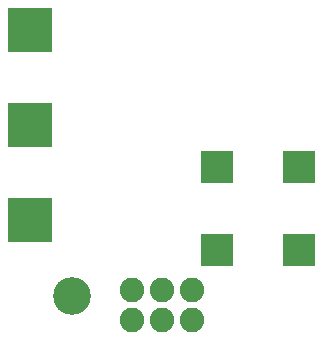
<source format=gbs>
G04 Layer_Color=16711935*
%FSLAX25Y25*%
%MOIN*%
G70*
G01*
G75*
%ADD76C,0.08200*%
%ADD77C,0.12611*%
%ADD78R,0.10642X0.10642*%
%ADD79R,0.14973X0.14579*%
D76*
X-33317Y-88183D02*
D03*
Y-98183D02*
D03*
X-43317Y-88183D02*
D03*
Y-98183D02*
D03*
X-53317Y-88183D02*
D03*
Y-98183D02*
D03*
D77*
X-73417Y-90283D02*
D03*
D78*
X-25097Y-74962D02*
D03*
X2462Y-47403D02*
D03*
Y-74962D02*
D03*
X-25097Y-47403D02*
D03*
D79*
X-87317Y-33183D02*
D03*
Y-64876D02*
D03*
Y-1490D02*
D03*
M02*

</source>
